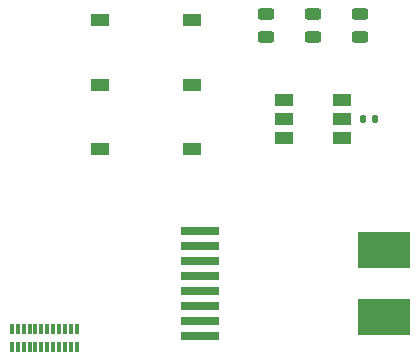
<source format=gbr>
%TF.GenerationSoftware,KiCad,Pcbnew,8.0.4*%
%TF.CreationDate,2024-08-25T16:24:29+03:00*%
%TF.ProjectId,OSSM-integrated-board,4f53534d-2d69-46e7-9465-677261746564,rev?*%
%TF.SameCoordinates,Original*%
%TF.FileFunction,Paste,Top*%
%TF.FilePolarity,Positive*%
%FSLAX46Y46*%
G04 Gerber Fmt 4.6, Leading zero omitted, Abs format (unit mm)*
G04 Created by KiCad (PCBNEW 8.0.4) date 2024-08-25 16:24:29*
%MOMM*%
%LPD*%
G01*
G04 APERTURE LIST*
G04 Aperture macros list*
%AMRoundRect*
0 Rectangle with rounded corners*
0 $1 Rounding radius*
0 $2 $3 $4 $5 $6 $7 $8 $9 X,Y pos of 4 corners*
0 Add a 4 corners polygon primitive as box body*
4,1,4,$2,$3,$4,$5,$6,$7,$8,$9,$2,$3,0*
0 Add four circle primitives for the rounded corners*
1,1,$1+$1,$2,$3*
1,1,$1+$1,$4,$5*
1,1,$1+$1,$6,$7*
1,1,$1+$1,$8,$9*
0 Add four rect primitives between the rounded corners*
20,1,$1+$1,$2,$3,$4,$5,0*
20,1,$1+$1,$4,$5,$6,$7,0*
20,1,$1+$1,$6,$7,$8,$9,0*
20,1,$1+$1,$8,$9,$2,$3,0*%
G04 Aperture macros list end*
%ADD10R,1.500000X1.000000*%
%ADD11R,3.200000X0.700000*%
%ADD12R,4.500000X3.150000*%
%ADD13R,0.300000X0.950000*%
%ADD14RoundRect,0.243750X-0.456250X0.243750X-0.456250X-0.243750X0.456250X-0.243750X0.456250X0.243750X0*%
%ADD15RoundRect,0.140000X0.140000X0.170000X-0.140000X0.170000X-0.140000X-0.170000X0.140000X-0.170000X0*%
G04 APERTURE END LIST*
D10*
%TO.C,D4*%
X137800000Y-106350000D03*
X137800000Y-104750000D03*
X137800000Y-103150000D03*
X132900000Y-103150000D03*
X132900000Y-104750000D03*
X132900000Y-106350000D03*
%TD*%
%TO.C,SW2*%
X125100000Y-101850000D03*
X117300000Y-101850000D03*
%TD*%
D11*
%TO.C,J2*%
X125800000Y-123145000D03*
X125800000Y-121875000D03*
X125800000Y-120605000D03*
X125800000Y-119335000D03*
X125800000Y-118065000D03*
X125800000Y-116795000D03*
X125800000Y-115525000D03*
X125800000Y-114255000D03*
D12*
X141350000Y-121525000D03*
X141350000Y-115875000D03*
%TD*%
D13*
%TO.C,J3*%
X109850000Y-122545000D03*
X110350000Y-122545000D03*
X110850000Y-122545000D03*
X111350000Y-122545000D03*
X111850000Y-122545000D03*
X112350000Y-122545000D03*
X112850000Y-122545000D03*
X113350000Y-122545000D03*
X113850000Y-122545000D03*
X114350000Y-122545000D03*
X114850000Y-122545000D03*
X115350000Y-122545000D03*
X115350000Y-124055000D03*
X114850000Y-124055000D03*
X114350000Y-124055000D03*
X113850000Y-124055000D03*
X113350000Y-124055000D03*
X112850000Y-124055000D03*
X112350000Y-124055000D03*
X111850000Y-124055000D03*
X111350000Y-124055000D03*
X110850000Y-124055000D03*
X110350000Y-124055000D03*
X109850000Y-124055000D03*
%TD*%
D14*
%TO.C,D8*%
X135350000Y-95912500D03*
X135350000Y-97787500D03*
%TD*%
%TO.C,D15*%
X131350000Y-95912500D03*
X131350000Y-97787500D03*
%TD*%
D15*
%TO.C,C9*%
X140580000Y-104750000D03*
X139620000Y-104750000D03*
%TD*%
D10*
%TO.C,SW3*%
X117300000Y-96350000D03*
X125100000Y-96350000D03*
%TD*%
%TO.C,SW1*%
X117300000Y-107350000D03*
X125100000Y-107350000D03*
%TD*%
D14*
%TO.C,D9*%
X139350000Y-95912500D03*
X139350000Y-97787500D03*
%TD*%
M02*

</source>
